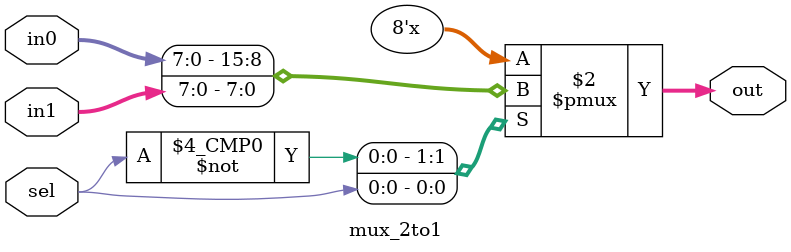
<source format=v>
module mux_2to1 #(parameter WIDTH = 8) (
    input  [WIDTH-1:0] in0, in1,
    input              sel,
    output reg [WIDTH-1:0] out
);
    always @(*) begin
        case (sel)
            1'b0: out = in0;
            1'b1: out = in1;
        endcase
    end
endmodule
</source>
